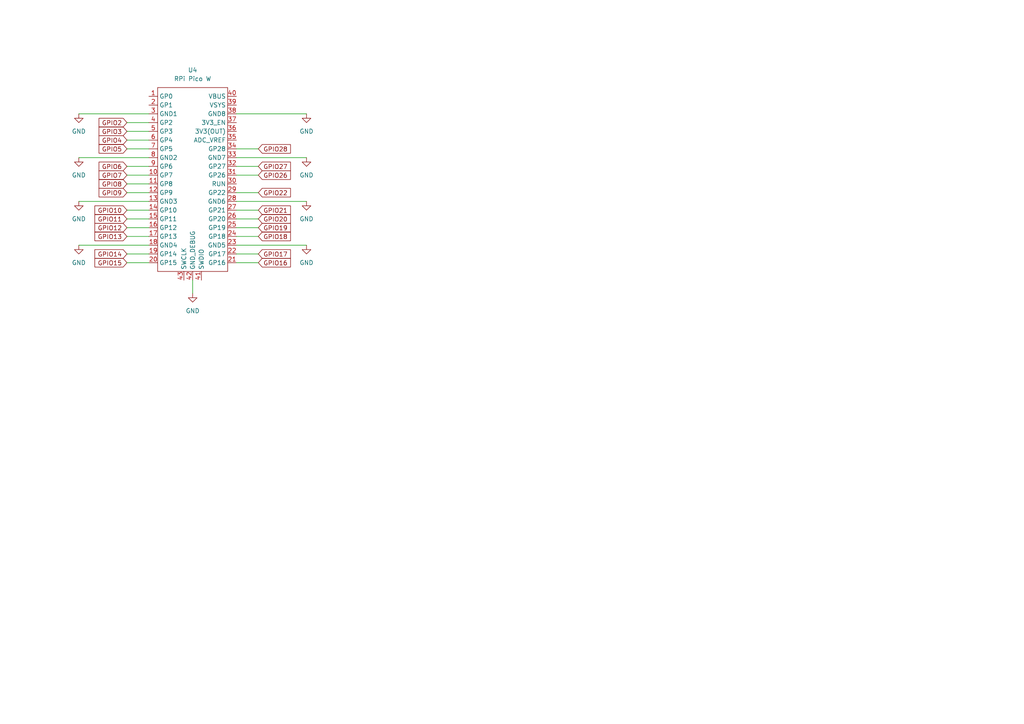
<source format=kicad_sch>
(kicad_sch (version 20230121) (generator eeschema)
  (paper "A4")
  (title_block (title "mqtt-power-control-interface") (date "2023-08-28") (rev "1.1.0"))
  (lib_symbols
    (symbol "Custom:RPi Pico W"
      (property "Reference" "U" (at 0 1.27 0))
      (property "Value" "RPi Pico W" (at 13.97 1.27 0))
      (symbol "RPi Pico W_0_1"
        (rectangle (start -1.27 -1.27) (end 19.05 -54.61))
      )
      (symbol "RPi Pico W_1_1"
        (pin unspecified line (at -3.81 -3.81 0) (length 2.54) (name "GP0") (number "1"))
        (pin unspecified line (at -3.81 -26.67 0) (length 2.54) (name "GP7") (number "10"))
        (pin unspecified line (at -3.81 -29.21 0) (length 2.54) (name "GP8") (number "11"))
        (pin unspecified line (at -3.81 -31.75 0) (length 2.54) (name "GP9") (number "12"))
        (pin power_in line (at -3.81 -34.29 0) (length 2.54) (name "GND3") (number "13"))
        (pin unspecified line (at -3.81 -36.83 0) (length 2.54) (name "GP10") (number "14"))
        (pin unspecified line (at -3.81 -39.37 0) (length 2.54) (name "GP11") (number "15"))
        (pin unspecified line (at -3.81 -41.91 0) (length 2.54) (name "GP12") (number "16"))
        (pin unspecified line (at -3.81 -44.45 0) (length 2.54) (name "GP13") (number "17"))
        (pin power_in line (at -3.81 -46.99 0) (length 2.54) (name "GND4") (number "18"))
        (pin unspecified line (at -3.81 -49.53 0) (length 2.54) (name "GP14") (number "19"))
        (pin unspecified line (at -3.81 -6.35 0) (length 2.54) (name "GP1") (number "2"))
        (pin unspecified line (at -3.81 -52.07 0) (length 2.54) (name "GP15") (number "20"))
        (pin unspecified line (at 21.59 -52.07 180) (length 2.54) (name "GP16") (number "21"))
        (pin unspecified line (at 21.59 -49.53 180) (length 2.54) (name "GP17") (number "22"))
        (pin power_in line (at 21.59 -46.99 180) (length 2.54) (name "GND5") (number "23"))
        (pin unspecified line (at 21.59 -44.45 180) (length 2.54) (name "GP18") (number "24"))
        (pin unspecified line (at 21.59 -41.91 180) (length 2.54) (name "GP19") (number "25"))
        (pin unspecified line (at 21.59 -39.37 180) (length 2.54) (name "GP20") (number "26"))
        (pin unspecified line (at 21.59 -36.83 180) (length 2.54) (name "GP21") (number "27"))
        (pin power_in line (at 21.59 -34.29 180) (length 2.54) (name "GND6") (number "28"))
        (pin unspecified line (at 21.59 -31.75 180) (length 2.54) (name "GP22") (number "29"))
        (pin power_in line (at -3.81 -8.89 0) (length 2.54) (name "GND1") (number "3"))
        (pin unspecified line (at 21.59 -29.21 180) (length 2.54) (name "RUN") (number "30"))
        (pin unspecified line (at 21.59 -26.67 180) (length 2.54) (name "GP26") (number "31"))
        (pin unspecified line (at 21.59 -24.13 180) (length 2.54) (name "GP27") (number "32"))
        (pin power_in line (at 21.59 -21.59 180) (length 2.54) (name "GND7") (number "33"))
        (pin unspecified line (at 21.59 -19.05 180) (length 2.54) (name "GP28") (number "34"))
        (pin power_in line (at 21.59 -16.51 180) (length 2.54) (name "ADC_VREF") (number "35"))
        (pin power_out line (at 21.59 -13.97 180) (length 2.54) (name "3V3(OUT)") (number "36"))
        (pin unspecified line (at 21.59 -11.43 180) (length 2.54) (name "3V3_EN") (number "37"))
        (pin power_in line (at 21.59 -8.89 180) (length 2.54) (name "GND8") (number "38"))
        (pin power_in line (at 21.59 -6.35 180) (length 2.54) (name "VSYS") (number "39"))
        (pin unspecified line (at -3.81 -11.43 0) (length 2.54) (name "GP2") (number "4"))
        (pin power_in line (at 21.59 -3.81 180) (length 2.54) (name "VBUS") (number "40"))
        (pin unspecified line (at 11.43 -57.15 90) (length 2.54) (name "SWDIO") (number "41"))
        (pin power_in line (at 8.89 -57.15 90) (length 2.54) (name "GND_DEBUG") (number "42"))
        (pin unspecified line (at 6.35 -57.15 90) (length 2.54) (name "SWCLK") (number "43"))
        (pin unspecified line (at -3.81 -13.97 0) (length 2.54) (name "GP3") (number "5"))
        (pin unspecified line (at -3.81 -16.51 0) (length 2.54) (name "GP4") (number "6"))
        (pin unspecified line (at -3.81 -19.05 0) (length 2.54) (name "GP5") (number "7"))
        (pin power_in line (at -3.81 -21.59 0) (length 2.54) (name "GND2") (number "8"))
        (pin unspecified line (at -3.81 -24.13 0) (length 2.54) (name "GP6") (number "9"))
      )
    )
    (symbol "power:GND" (power) (pin_names (offset 0))
      (property "Value" "GND" (at 0 -3.81 0))
      (symbol "GND_0_1"
        (polyline (pts (xy 0 0) (xy 0 -1.27) (xy 1.27 -1.27) (xy 0 -2.54) (xy -1.27 -1.27) (xy 0 -1.27)))
      )
      (symbol "GND_1_1"
        (pin power_in line (at 0 0 270) (length 0) hide (name "GND") (number "1"))
      )
    )
  )
  (wire (pts (xy 68.58 58.42) (xy 88.9 58.42)))
  (wire (pts (xy 74.93 73.66) (xy 68.58 73.66)))
  (wire (pts (xy 68.58 71.12) (xy 88.9 71.12)))
  (wire (pts (xy 22.86 58.42) (xy 43.18 58.42)))
  (wire (pts (xy 74.93 63.5) (xy 68.58 63.5)))
  (wire (pts (xy 74.93 68.58) (xy 68.58 68.58)))
  (wire (pts (xy 36.83 76.2) (xy 43.18 76.2)))
  (wire (pts (xy 74.93 48.26) (xy 68.58 48.26)))
  (wire (pts (xy 36.83 40.64) (xy 43.18 40.64)))
  (wire (pts (xy 74.93 43.18) (xy 68.58 43.18)))
  (wire (pts (xy 22.86 33.02) (xy 43.18 33.02)))
  (wire (pts (xy 36.83 35.56) (xy 43.18 35.56)))
  (wire (pts (xy 74.93 66.04) (xy 68.58 66.04)))
  (wire (pts (xy 55.88 81.28) (xy 55.88 85.09)))
  (wire (pts (xy 68.58 45.72) (xy 88.9 45.72)))
  (wire (pts (xy 36.83 68.58) (xy 43.18 68.58)))
  (wire (pts (xy 36.83 48.26) (xy 43.18 48.26)))
  (wire (pts (xy 36.83 63.5) (xy 43.18 63.5)))
  (wire (pts (xy 22.86 71.12) (xy 43.18 71.12)))
  (wire (pts (xy 36.83 53.34) (xy 43.18 53.34)))
  (wire (pts (xy 36.83 73.66) (xy 43.18 73.66)))
  (wire (pts (xy 36.83 50.8) (xy 43.18 50.8)))
  (wire (pts (xy 74.93 60.96) (xy 68.58 60.96)))
  (wire (pts (xy 74.93 76.2) (xy 68.58 76.2)))
  (wire (pts (xy 36.83 43.18) (xy 43.18 43.18)))
  (wire (pts (xy 36.83 60.96) (xy 43.18 60.96)))
  (wire (pts (xy 68.58 33.02) (xy 88.9 33.02)))
  (wire (pts (xy 74.93 55.88) (xy 68.58 55.88)))
  (wire (pts (xy 74.93 50.8) (xy 68.58 50.8)))
  (wire (pts (xy 36.83 66.04) (xy 43.18 66.04)))
  (wire (pts (xy 22.86 45.72) (xy 43.18 45.72)))
  (wire (pts (xy 36.83 55.88) (xy 43.18 55.88)))
  (wire (pts (xy 36.83 38.1) (xy 43.18 38.1)))
  (global_label "GPIO15" (shape input) (at 36.83 76.2 180) (property "Intersheetrefs" "${INTERSHEET_REFS}" (effects hide)))
  (global_label "GPIO9" (shape input) (at 36.83 55.88 180) (property "Intersheetrefs" "${INTERSHEET_REFS}" (effects hide)))
  (global_label "GPIO11" (shape input) (at 36.83 63.5 180) (property "Intersheetrefs" "${INTERSHEET_REFS}" (effects hide)))
  (global_label "GPIO6" (shape input) (at 36.83 48.26 180) (property "Intersheetrefs" "${INTERSHEET_REFS}" (effects hide)))
  (global_label "GPIO22" (shape input) (at 74.93 55.88 0) (property "Intersheetrefs" "${INTERSHEET_REFS}" (effects hide)))
  (global_label "GPIO19" (shape input) (at 74.93 66.04 0) (property "Intersheetrefs" "${INTERSHEET_REFS}" (effects hide)))
  (global_label "GPIO20" (shape input) (at 74.93 63.5 0) (property "Intersheetrefs" "${INTERSHEET_REFS}" (effects hide)))
  (global_label "GPIO10" (shape input) (at 36.83 60.96 180) (property "Intersheetrefs" "${INTERSHEET_REFS}" (effects hide)))
  (global_label "GPIO27" (shape input) (at 74.93 48.26 0) (property "Intersheetrefs" "${INTERSHEET_REFS}" (effects hide)))
  (global_label "GPIO12" (shape input) (at 36.83 66.04 180) (property "Intersheetrefs" "${INTERSHEET_REFS}" (effects hide)))
  (global_label "GPIO5" (shape input) (at 36.83 43.18 180) (property "Intersheetrefs" "${INTERSHEET_REFS}" (effects hide)))
  (global_label "GPIO7" (shape input) (at 36.83 50.8 180) (property "Intersheetrefs" "${INTERSHEET_REFS}" (effects hide)))
  (global_label "GPIO18" (shape input) (at 74.93 68.58 0) (property "Intersheetrefs" "${INTERSHEET_REFS}" (effects hide)))
  (global_label "GPIO3" (shape input) (at 36.83 38.1 180) (property "Intersheetrefs" "${INTERSHEET_REFS}" (effects hide)))
  (global_label "GPIO8" (shape input) (at 36.83 53.34 180) (property "Intersheetrefs" "${INTERSHEET_REFS}" (effects hide)))
  (global_label "GPIO17" (shape input) (at 74.93 73.66 0) (property "Intersheetrefs" "${INTERSHEET_REFS}" (effects hide)))
  (global_label "GPIO14" (shape input) (at 36.83 73.66 180) (property "Intersheetrefs" "${INTERSHEET_REFS}" (effects hide)))
  (global_label "GPIO2" (shape input) (at 36.83 35.56 180) (property "Intersheetrefs" "${INTERSHEET_REFS}" (effects hide)))
  (global_label "GPIO4" (shape input) (at 36.83 40.64 180) (property "Intersheetrefs" "${INTERSHEET_REFS}" (effects hide)))
  (global_label "GPIO26" (shape input) (at 74.93 50.8 0) (property "Intersheetrefs" "${INTERSHEET_REFS}" (effects hide)))
  (global_label "GPIO21" (shape input) (at 74.93 60.96 0) (property "Intersheetrefs" "${INTERSHEET_REFS}" (effects hide)))
  (global_label "GPIO16" (shape input) (at 74.93 76.2 0) (property "Intersheetrefs" "${INTERSHEET_REFS}" (effects hide)))
  (global_label "GPIO28" (shape input) (at 74.93 43.18 0) (property "Intersheetrefs" "${INTERSHEET_REFS}" (effects hide)))
  (global_label "GPIO13" (shape input) (at 36.83 68.58 180) (property "Intersheetrefs" "${INTERSHEET_REFS}" (effects hide)))
  (symbol (lib_id "power:GND") (at 88.9 45.72 0) (unit 1)
    (property "Reference" "#PWR013" (effects hide))
    (property "Value" "GND" (at 88.9 50.8 0))
    (instances (project "mqtt-power-control-interface" (path "" (reference "#PWR013") (unit 1)) (path "" (reference "#PWR02") (unit 1))))
  )
  (symbol (lib_id "power:GND") (at 22.86 58.42 0) (unit 1)
    (property "Reference" "#PWR013" (effects hide))
    (property "Value" "GND" (at 22.86 63.5 0))
    (instances (project "mqtt-power-control-interface" (path "" (reference "#PWR013") (unit 1)) (path "" (reference "#PWR06") (unit 1))))
  )
  (symbol (lib_id "Custom:RPi Pico W") (at 46.99 24.13 0) (unit 1) (in_bom no)
    (property "Reference" "U4" (at 55.88 20.32 0))
    (property "Value" "RPi Pico W" (at 55.88 22.86 0))
    (property "Footprint" "Custom:RPI Pico W" (effects hide))
    (instances (project "mqtt-power-control-interface" (path "" (reference "U4") (unit 1)) (path "" (reference "U1") (unit 1))))
  )
  (symbol (lib_id "power:GND") (at 88.9 58.42 0) (unit 1)
    (property "Reference" "#PWR013" (effects hide))
    (property "Value" "GND" (at 88.9 63.5 0))
    (instances (project "mqtt-power-control-interface" (path "" (reference "#PWR013") (unit 1)) (path "" (reference "#PWR03") (unit 1))))
  )
  (symbol (lib_id "power:GND") (at 55.88 85.09 0) (unit 1)
    (property "Reference" "#PWR013" (effects hide))
    (property "Value" "GND" (at 55.88 90.17 0))
    (instances (project "mqtt-power-control-interface" (path "" (reference "#PWR013") (unit 1)) (path "" (reference "#PWR08") (unit 1))))
  )
  (symbol (lib_id "power:GND") (at 22.86 45.72 0) (unit 1)
    (property "Reference" "#PWR013" (effects hide))
    (property "Value" "GND" (at 22.86 50.8 0))
    (instances (project "mqtt-power-control-interface" (path "" (reference "#PWR013") (unit 1)) (path "" (reference "#PWR07") (unit 1))))
  )
  (symbol (lib_id "power:GND") (at 22.86 33.02 0) (unit 1)
    (property "Reference" "#PWR013" (effects hide))
    (property "Value" "GND" (at 22.86 38.1 0))
    (instances (project "mqtt-power-control-interface" (path "" (reference "#PWR013") (unit 1)) (path "" (reference "#PWR026") (unit 1))))
  )
  (symbol (lib_id "power:GND") (at 22.86 71.12 0) (unit 1)
    (property "Reference" "#PWR013" (effects hide))
    (property "Value" "GND" (at 22.86 76.2 0))
    (instances (project "mqtt-power-control-interface" (path "" (reference "#PWR013") (unit 1)) (path "" (reference "#PWR05") (unit 1))))
  )
  (symbol (lib_id "power:GND") (at 88.9 71.12 0) (unit 1)
    (property "Reference" "#PWR013" (effects hide))
    (property "Value" "GND" (at 88.9 76.2 0))
    (instances (project "mqtt-power-control-interface" (path "" (reference "#PWR013") (unit 1)) (path "" (reference "#PWR04") (unit 1))))
  )
  (symbol (lib_id "power:GND") (at 88.9 33.02 0) (unit 1)
    (property "Reference" "#PWR013" (effects hide))
    (property "Value" "GND" (at 88.9 38.1 0))
    (instances (project "mqtt-power-control-interface" (path "" (reference "#PWR013") (unit 1)) (path "" (reference "#PWR01") (unit 1))))
  )
)
</source>
